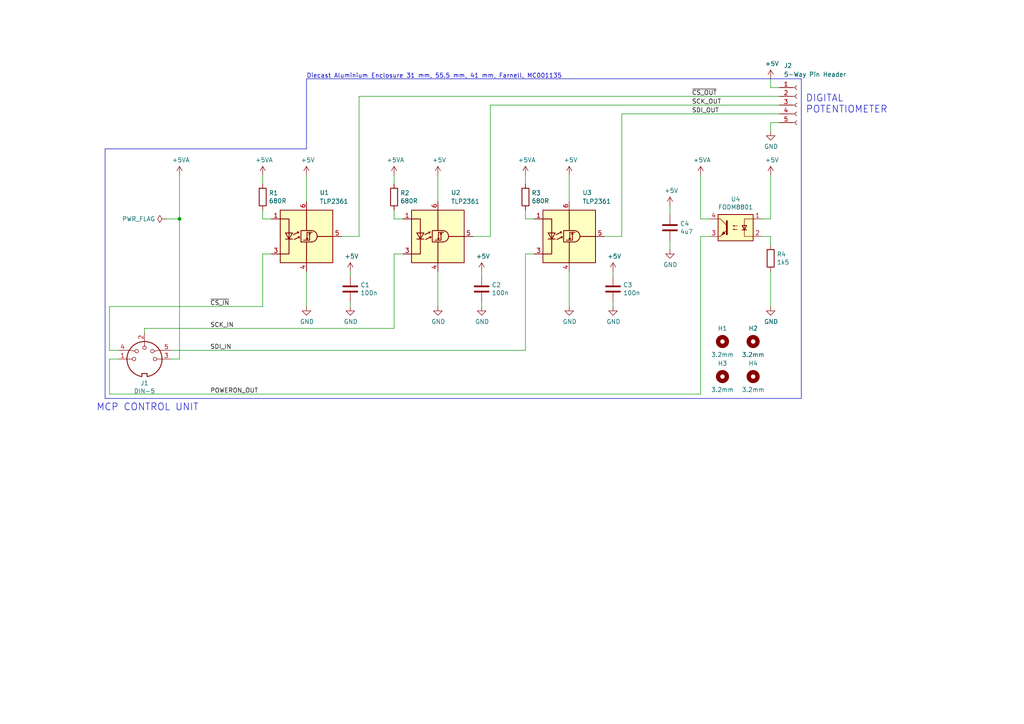
<source format=kicad_sch>
(kicad_sch (version 20230121) (generator eeschema)
  (paper "A4")
  (lib_symbols
    (symbol "Connector:DIN-5_180degree" (pin_names (offset 1.016))
      (property "Reference" "J" (at 3.175 5.715 0))
      (property "Value" "DIN-5_180degree" (at 0 -6.35 0))
      (symbol "DIN-5_180degree_0_1"
        (arc (start -5.08 0) (mid -3.8609 -3.3364) (end -0.762 -5.08) (stroke (width 0.254)))
        (circle (center -3.048 0) (radius 0.508))
        (circle (center -2.286 2.286) (radius 0.508))
        (polyline (pts (xy -5.08 0) (xy -3.556 0)))
        (polyline (pts (xy 0 5.08) (xy 0 3.81)))
        (polyline (pts (xy 5.08 0) (xy 3.556 0)))
        (polyline (pts (xy -5.08 2.54) (xy -4.318 2.54) (xy -2.794 2.286)))
        (polyline (pts (xy 5.08 2.54) (xy 4.318 2.54) (xy 2.794 2.286)))
        (polyline (pts (xy -0.762 -4.953) (xy -0.762 -4.191) (xy 0.762 -4.191) (xy 0.762 -4.953)) (stroke (width 0.254)))
        (circle (center 0 3.302) (radius 0.508))
        (arc (start 0.762 -5.08) (mid 3.8685 -3.343) (end 5.08 0) (stroke (width 0.254)))
        (circle (center 2.286 2.286) (radius 0.508))
        (circle (center 3.048 0) (radius 0.508))
        (arc (start 5.08 0) (mid 0 5.0579) (end -5.08 0) (stroke (width 0.254)))
      )
      (symbol "DIN-5_180degree_1_1"
        (pin passive line (at -7.62 0 0) (length 2.54) (name "~") (number "1"))
        (pin passive line (at 0 7.62 270) (length 2.54) (name "~") (number "2"))
        (pin passive line (at 7.62 0 180) (length 2.54) (name "~") (number "3"))
        (pin passive line (at -7.62 2.54 0) (length 2.54) (name "~") (number "4"))
        (pin passive line (at 7.62 2.54 180) (length 2.54) (name "~") (number "5"))
      )
    )
    (symbol "Device:C" (pin_numbers hide) (pin_names (offset 0.254))
      (property "Reference" "C" (at 0.635 2.54 0))
      (property "Value" "C" (at 0.635 -2.54 0))
      (symbol "C_0_1"
        (polyline (pts (xy -2.032 -0.762) (xy 2.032 -0.762)) (stroke (width 0.508)))
        (polyline (pts (xy -2.032 0.762) (xy 2.032 0.762)) (stroke (width 0.508)))
      )
      (symbol "C_1_1"
        (pin passive line (at 0 3.81 270) (length 2.794) (name "~") (number "1"))
        (pin passive line (at 0 -3.81 90) (length 2.794) (name "~") (number "2"))
      )
    )
    (symbol "Device:R" (pin_numbers hide) (pin_names (offset 0))
      (property "Reference" "R" (at 2.032 0 90))
      (property "Value" "R" (at 0 0 90))
      (symbol "R_0_1"
        (rectangle (start -1.016 -2.54) (end 1.016 2.54) (stroke (width 0.254)))
      )
      (symbol "R_1_1"
        (pin passive line (at 0 3.81 270) (length 1.27) (name "~") (number "1"))
        (pin passive line (at 0 -3.81 90) (length 1.27) (name "~") (number "2"))
      )
    )
    (symbol "DigitalPot_OptoIsolator-rescue:Conn_01x05_Female-Connector" (pin_names (offset 1.016) hide)
      (property "Reference" "J" (at 0 7.62 0))
      (property "Value" "Connector_Conn_01x05_Female" (at 0 -7.62 0))
      (symbol "Conn_01x05_Female-Connector_1_1"
        (arc (start 0 -4.572) (mid -0.5058 -5.08) (end 0 -5.588) (stroke (width 0.1524)))
        (arc (start 0 -2.032) (mid -0.5058 -2.54) (end 0 -3.048) (stroke (width 0.1524)))
        (polyline (pts (xy -1.27 -5.08) (xy -0.508 -5.08)) (stroke (width 0.1524)))
        (polyline (pts (xy -1.27 -2.54) (xy -0.508 -2.54)) (stroke (width 0.1524)))
        (polyline (pts (xy -1.27 0) (xy -0.508 0)) (stroke (width 0.1524)))
        (polyline (pts (xy -1.27 2.54) (xy -0.508 2.54)) (stroke (width 0.1524)))
        (polyline (pts (xy -1.27 5.08) (xy -0.508 5.08)) (stroke (width 0.1524)))
        (arc (start 0 0.508) (mid -0.5058 0) (end 0 -0.508) (stroke (width 0.1524)))
        (arc (start 0 3.048) (mid -0.5058 2.54) (end 0 2.032) (stroke (width 0.1524)))
        (arc (start 0 5.588) (mid -0.5058 5.08) (end 0 4.572) (stroke (width 0.1524)))
        (pin passive line (at -5.08 5.08 0) (length 3.81) (name "Pin_1") (number "1"))
        (pin passive line (at -5.08 2.54 0) (length 3.81) (name "Pin_2") (number "2"))
        (pin passive line (at -5.08 0 0) (length 3.81) (name "Pin_3") (number "3"))
        (pin passive line (at -5.08 -2.54 0) (length 3.81) (name "Pin_4") (number "4"))
        (pin passive line (at -5.08 -5.08 0) (length 3.81) (name "Pin_5") (number "5"))
      )
    )
    (symbol "Isolator:LTV-356T" (pin_names (offset 1.016))
      (property "Reference" "U" (at -5.334 4.826 0))
      (property "Value" "LTV-356T" (at 0 5.08 0))
      (symbol "LTV-356T_0_1"
        (rectangle (start -5.08 3.81) (end 5.08 -3.81) (stroke (width 0.254)) (fill (type background)))
        (polyline (pts (xy -3.175 -0.635) (xy -1.905 -0.635)) (stroke (width 0.254)))
        (polyline (pts (xy 2.54 0.635) (xy 4.445 2.54)))
        (polyline (pts (xy 4.445 -2.54) (xy 2.54 -0.635)) (fill (type outline)))
        (polyline (pts (xy 4.445 -2.54) (xy 5.08 -2.54)))
        (polyline (pts (xy 4.445 2.54) (xy 5.08 2.54)))
        (polyline (pts (xy -5.08 2.54) (xy -2.54 2.54) (xy -2.54 -0.762)))
        (polyline (pts (xy -2.54 -0.635) (xy -2.54 -2.54) (xy -5.08 -2.54)))
        (polyline (pts (xy 2.54 1.905) (xy 2.54 -1.905) (xy 2.54 -1.905)) (stroke (width 0.508)))
        (polyline (pts (xy -2.54 -0.635) (xy -3.175 0.635) (xy -1.905 0.635) (xy -2.54 -0.635)) (stroke (width 0.254)))
        (polyline (pts (xy -0.508 -0.508) (xy 0.762 -0.508) (xy 0.381 -0.635) (xy 0.381 -0.381) (xy 0.762 -0.508)))
        (polyline (pts (xy -0.508 0.508) (xy 0.762 0.508) (xy 0.381 0.381) (xy 0.381 0.635) (xy 0.762 0.508)))
        (polyline (pts (xy 3.048 -1.651) (xy 3.556 -1.143) (xy 4.064 -2.159) (xy 3.048 -1.651) (xy 3.048 -1.651)) (fill (type outline)))
      )
      (symbol "LTV-356T_1_1"
        (pin passive line (at -7.62 2.54 0) (length 2.54) (name "~") (number "1"))
        (pin passive line (at -7.62 -2.54 0) (length 2.54) (name "~") (number "2"))
        (pin passive line (at 7.62 -2.54 180) (length 2.54) (name "~") (number "3"))
        (pin passive line (at 7.62 2.54 180) (length 2.54) (name "~") (number "4"))
      )
    )
    (symbol "Isolator:TLP2745" (pin_names (offset 1.016) hide)
      (property "Reference" "U" (at -7.112 8.89 0))
      (property "Value" "TLP2745" (at 1.016 9.144 0))
      (symbol "TLP2745_0_1"
        (rectangle (start -7.62 7.62) (end 7.62 -7.62) (stroke (width 0.254)) (fill (type background)))
        (polyline (pts (xy -6.096 -0.762) (xy -4.064 -0.762)) (stroke (width 0.254)))
        (polyline (pts (xy -5.08 -0.762) (xy -5.08 -1.27)) (stroke (width 0.254)))
        (polyline (pts (xy -5.08 1.016) (xy -5.08 -0.762)) (stroke (width 0.254)))
        (polyline (pts (xy -5.08 1.016) (xy -5.08 1.397)) (stroke (width 0.254)))
        (polyline (pts (xy -3.81 0.508) (xy -2.286 1.27)) (stroke (width 0.254)))
        (polyline (pts (xy -3.556 -0.889) (xy -2.032 -0.127)) (stroke (width 0.254)))
        (polyline (pts (xy -2.286 1.27) (xy -2.5908 1.3716)) (stroke (width 0.254)))
        (polyline (pts (xy -2.286 1.27) (xy -2.3876 0.9144)) (stroke (width 0.254)))
        (polyline (pts (xy -2.032 -0.127) (xy -2.3368 -0.0254)) (stroke (width 0.254)))
        (polyline (pts (xy -2.032 -0.127) (xy -2.1336 -0.4826)) (stroke (width 0.254)))
        (polyline (pts (xy 0 -7.62) (xy 0.0254 -1.651)) (stroke (width 0.254)))
        (polyline (pts (xy 0 7.5946) (xy 0.0254 1.778)) (stroke (width 0.254)))
        (polyline (pts (xy 7.5946 0) (xy 3.1496 0)) (stroke (width 0.254)))
        (polyline (pts (xy -7.62 -5.08) (xy -5.08 -5.08) (xy -5.08 -1.27)) (stroke (width 0.254)))
        (polyline (pts (xy -5.08 1.27) (xy -5.08 5.08) (xy -7.62 5.08)) (stroke (width 0.254)))
        (polyline (pts (xy 0.1524 -0.8382) (xy -0.1016 -0.5842) (xy 0.4064 -0.5842)) (stroke (width 0.254)))
        (polyline (pts (xy 0.9144 0.9398) (xy 0.9144 -1.0922) (xy -0.8636 -1.0922)) (stroke (width 0.254)))
        (polyline (pts (xy -6.096 1.016) (xy -4.064 1.016) (xy -5.08 -0.762) (xy -6.096 1.016)) (stroke (width 0.254)))
        (polyline (pts (xy 0.9144 0.9398) (xy 0.6604 0.6858) (xy 1.1684 0.6858) (xy 0.9144 0.9398)) (stroke (width 0.254)))
        (polyline (pts (xy 1.4224 1.7018) (xy -1.6256 1.7018) (xy -1.6256 -1.6002) (xy 1.4224 -1.6002)) (stroke (width 0.254)))
        (polyline (pts (xy 1.6764 1.1938) (xy 0.1524 1.1938) (xy 0.1524 -0.8382) (xy 0.4064 -0.5842)) (stroke (width 0.254)))
        (arc (start 1.4224 -1.6002) (mid 2.6101 -1.1115) (end 3.0988 0.0762) (stroke (width 0.254)))
        (arc (start 3.0734 0) (mid 2.6011 1.2413) (end 1.3462 1.6764) (stroke (width 0.254)))
      )
      (symbol "TLP2745_1_1"
        (pin passive line (at -10.16 5.08 0) (length 2.54) (name "A") (number "1"))
        (pin no_connect line (at -7.62 0 0) (length 2.54) hide (name "NC") (number "2"))
        (pin passive line (at -10.16 -5.08 0) (length 2.54) (name "K") (number "3"))
        (pin power_in line (at 0 -10.16 90) (length 2.54) (name "GND") (number "4"))
        (pin output line (at 10.16 0 180) (length 2.54) (name "VO") (number "5"))
        (pin power_in line (at 0 10.16 270) (length 2.54) (name "VDD") (number "6"))
      )
    )
    (symbol "Mechanical:MountingHole" (pin_names (offset 1.016))
      (property "Reference" "H" (at 0 5.08 0))
      (property "Value" "MountingHole" (at 0 3.175 0))
      (symbol "MountingHole_0_1"
        (circle (center 0 0) (radius 1.27) (stroke (width 1.27)))
      )
    )
    (symbol "power:+5V" (power) (pin_names (offset 0))
      (property "Value" "+5V" (at 0 3.556 0))
      (symbol "+5V_0_1"
        (polyline (pts (xy -0.762 1.27) (xy 0 2.54)))
        (polyline (pts (xy 0 0) (xy 0 2.54)))
        (polyline (pts (xy 0 2.54) (xy 0.762 1.27)))
      )
      (symbol "+5V_1_1"
        (pin power_in line (at 0 0 90) (length 0) hide (name "+5V") (number "1"))
      )
    )
    (symbol "power:+5VA" (power) (pin_names (offset 0))
      (property "Value" "+5VA" (at 0 3.556 0))
      (symbol "+5VA_0_1"
        (polyline (pts (xy -0.762 1.27) (xy 0 2.54)))
        (polyline (pts (xy 0 0) (xy 0 2.54)))
        (polyline (pts (xy 0 2.54) (xy 0.762 1.27)))
      )
      (symbol "+5VA_1_1"
        (pin power_in line (at 0 0 90) (length 0) hide (name "+5VA") (number "1"))
      )
    )
    (symbol "power:GND" (power) (pin_names (offset 0))
      (property "Value" "GND" (at 0 -3.81 0))
      (symbol "GND_0_1"
        (polyline (pts (xy 0 0) (xy 0 -1.27) (xy 1.27 -1.27) (xy 0 -2.54) (xy -1.27 -1.27) (xy 0 -1.27)))
      )
      (symbol "GND_1_1"
        (pin power_in line (at 0 0 270) (length 0) hide (name "GND") (number "1"))
      )
    )
    (symbol "power:PWR_FLAG" (power) (pin_numbers hide) (pin_names (offset 0) hide)
      (property "Value" "PWR_FLAG" (at 0 3.81 0))
      (symbol "PWR_FLAG_0_0"
        (pin power_out line (at 0 0 90) (length 0) (name "pwr") (number "1"))
      )
      (symbol "PWR_FLAG_0_1"
        (polyline (pts (xy 0 0) (xy 0 1.27) (xy -1.016 1.905) (xy 0 2.54) (xy 1.016 1.905) (xy 0 1.27)))
      )
    )
  )
  (junction (at 52.07 63.5))
  (polyline (pts (xy 88.9 43.18) (xy 30.48 43.18)))
  (wire (pts (xy 31.75 104.14) (xy 31.75 114.3)))
  (wire (pts (xy 114.3 73.66) (xy 114.3 95.25)))
  (wire (pts (xy 31.75 101.6) (xy 31.75 88.9)))
  (wire (pts (xy 205.74 63.5) (xy 203.2 63.5)))
  (wire (pts (xy 226.06 35.56) (xy 223.52 35.56)))
  (wire (pts (xy 152.4 50.8) (xy 152.4 53.34)))
  (wire (pts (xy 127 78.74) (xy 127 88.9)))
  (wire (pts (xy 139.7 87.63) (xy 139.7 88.9)))
  (wire (pts (xy 76.2 73.66) (xy 76.2 88.9)))
  (wire (pts (xy 99.06 68.58) (xy 104.14 68.58)))
  (wire (pts (xy 165.1 58.42) (xy 165.1 50.8)))
  (wire (pts (xy 52.07 63.5) (xy 52.07 50.8)))
  (wire (pts (xy 177.8 80.01) (xy 177.8 78.74)))
  (wire (pts (xy 104.14 27.94) (xy 226.06 27.94)))
  (wire (pts (xy 203.2 63.5) (xy 203.2 50.8)))
  (polyline (pts (xy 232.41 22.86) (xy 88.9 22.86)))
  (wire (pts (xy 175.26 68.58) (xy 180.34 68.58)))
  (wire (pts (xy 142.24 68.58) (xy 137.16 68.58)))
  (polyline (pts (xy 30.48 43.18) (xy 30.48 115.57)))
  (wire (pts (xy 180.34 33.02) (xy 226.06 33.02)))
  (polyline (pts (xy 30.48 115.57) (xy 232.41 115.57)))
  (wire (pts (xy 31.75 88.9) (xy 76.2 88.9)))
  (wire (pts (xy 226.06 25.4) (xy 223.52 25.4)))
  (wire (pts (xy 223.52 78.74) (xy 223.52 88.9)))
  (wire (pts (xy 52.07 104.14) (xy 52.07 63.5)))
  (wire (pts (xy 223.52 68.58) (xy 223.52 71.12)))
  (wire (pts (xy 154.94 73.66) (xy 152.4 73.66)))
  (wire (pts (xy 34.29 101.6) (xy 31.75 101.6)))
  (wire (pts (xy 114.3 50.8) (xy 114.3 53.34)))
  (polyline (pts (xy 88.9 22.86) (xy 88.9 43.18)))
  (wire (pts (xy 177.8 87.63) (xy 177.8 88.9)))
  (wire (pts (xy 49.53 101.6) (xy 152.4 101.6)))
  (wire (pts (xy 101.6 87.63) (xy 101.6 88.9)))
  (wire (pts (xy 180.34 68.58) (xy 180.34 33.02)))
  (wire (pts (xy 220.98 63.5) (xy 223.52 63.5)))
  (wire (pts (xy 78.74 73.66) (xy 76.2 73.66)))
  (wire (pts (xy 88.9 58.42) (xy 88.9 50.8)))
  (wire (pts (xy 194.31 69.85) (xy 194.31 72.39)))
  (wire (pts (xy 31.75 114.3) (xy 203.2 114.3)))
  (wire (pts (xy 152.4 63.5) (xy 154.94 63.5)))
  (wire (pts (xy 226.06 30.48) (xy 142.24 30.48)))
  (wire (pts (xy 203.2 68.58) (xy 203.2 114.3)))
  (wire (pts (xy 34.29 104.14) (xy 31.75 104.14)))
  (wire (pts (xy 114.3 60.96) (xy 114.3 63.5)))
  (wire (pts (xy 220.98 68.58) (xy 223.52 68.58)))
  (wire (pts (xy 223.52 22.86) (xy 223.52 25.4)))
  (wire (pts (xy 142.24 30.48) (xy 142.24 68.58)))
  (wire (pts (xy 152.4 60.96) (xy 152.4 63.5)))
  (wire (pts (xy 76.2 60.96) (xy 76.2 63.5)))
  (wire (pts (xy 88.9 78.74) (xy 88.9 88.9)))
  (wire (pts (xy 194.31 62.23) (xy 194.31 59.69)))
  (wire (pts (xy 205.74 68.58) (xy 203.2 68.58)))
  (wire (pts (xy 41.91 96.52) (xy 41.91 95.25)))
  (wire (pts (xy 223.52 63.5) (xy 223.52 50.8)))
  (wire (pts (xy 104.14 27.94) (xy 104.14 68.58)))
  (wire (pts (xy 48.26 63.5) (xy 52.07 63.5)))
  (wire (pts (xy 114.3 63.5) (xy 116.84 63.5)))
  (wire (pts (xy 76.2 63.5) (xy 78.74 63.5)))
  (wire (pts (xy 116.84 73.66) (xy 114.3 73.66)))
  (wire (pts (xy 139.7 80.01) (xy 139.7 78.74)))
  (polyline (pts (xy 232.41 115.57) (xy 232.41 22.86)))
  (wire (pts (xy 101.6 80.01) (xy 101.6 78.74)))
  (wire (pts (xy 41.91 95.25) (xy 114.3 95.25)))
  (wire (pts (xy 152.4 73.66) (xy 152.4 101.6)))
  (wire (pts (xy 165.1 78.74) (xy 165.1 88.9)))
  (wire (pts (xy 49.53 104.14) (xy 52.07 104.14)))
  (wire (pts (xy 127 58.42) (xy 127 50.8)))
  (wire (pts (xy 76.2 50.8) (xy 76.2 53.34)))
  (wire (pts (xy 223.52 35.56) (xy 223.52 38.1)))
  (text "DIGITAL\nPOTENTIOMETER" (at 233.68 33.02 0) (effects (font (size 2.0066 2.0066)) (justify left bottom)))
  (text "MCP CONTROL UNIT" (at 27.94 119.38 0) (effects (font (size 2.0066 2.0066)) (justify left bottom)))
  (text "Diecast Aluminium Enclosure 31 mm, 55.5 mm, 41 mm, Farnell, MC001135" (at 88.9 22.86 0) (effects (font (size 1.27 1.27)) (justify left bottom)))
  (label "SDI_IN" (at 60.96 101.6 0))
  (label "SCK_OUT" (at 200.66 30.48 0))
  (label "~{CS_IN}" (at 60.96 88.9 0))
  (label "~{CS_OUT}" (at 200.66 27.94 0))
  (label "SDI_OUT" (at 200.66 33.02 0))
  (label "POWERON_OUT" (at 60.96 114.3 0))
  (label "SCK_IN" (at 60.96 95.25 0))
  (symbol (lib_id "Isolator:TLP2745") (at 88.9 68.58 0) (unit 1)
    (property "Reference" "U1" (at 92.71 55.88 0) (effects (justify left)))
    (property "Value" "TLP2361" (at 92.71 58.42 0) (effects (justify left)))
    (property "Footprint" "Package_SO:SO-6_4.4x3.6mm_P1.27mm" (effects hide))
    (property "Datasheet" "https://toshiba.semicon-storage.com/info/docget.jsp?did=29405&prodName=TLP2745" (effects hide))
    (property "Part Number" "TLP2361" (effects hide))
    (property "Manufacturer" "Toshiba" (effects hide))
    (property "Package" "SO6" (effects hide))
    (property "Supplier" "Farnell" (effects hide))
    (property "Order Code" "2524282" (effects hide))
    (property "Note" "Single digital output optocoupler" (effects hide))
  )
  (symbol (lib_id "Connector:DIN-5_180degree") (at 41.91 104.14 0) (unit 1)
    (property "Reference" "J1" (at 41.91 111.125 0))
    (property "Value" "DIN-5" (at 41.91 113.4364 0))
    (property "Footprint" "jakub:DIN5" (effects hide))
    (property "Datasheet" "http://www.mouser.com/ds/2/18/40_c091_abd_e-75918.pdf" (effects hide))
    (property "Part Number" "MAB 5 SV" (effects hide))
    (property "Manufacturer" "Hirschmann" (effects hide))
    (property "Package" "PCB mount" (effects hide))
    (property "Supplier" "Farnell" (effects hide))
    (property "Order Code" "2901558" (effects hide))
    (property "Note" "5 pole DIN connector panel-mounted through-hole PCB terminals" (effects hide))
  )
  (symbol (lib_id "Isolator:TLP2745") (at 127 68.58 0) (unit 1)
    (property "Reference" "U2" (at 130.81 55.88 0) (effects (justify left)))
    (property "Value" "TLP2361" (at 130.81 58.42 0) (effects (justify left)))
    (property "Footprint" "Package_SO:SO-6_4.4x3.6mm_P1.27mm" (effects hide))
    (property "Datasheet" "https://toshiba.semicon-storage.com/info/docget.jsp?did=29405&prodName=TLP2745" (effects hide))
    (property "Part Number" "TLP2361" (effects hide))
    (property "Manufacturer" "Toshiba" (effects hide))
    (property "Package" "SO6" (effects hide))
    (property "Supplier" "Farnell" (effects hide))
    (property "Order Code" "2524282" (effects hide))
    (property "Note" "Single digital output optocoupler" (effects hide))
  )
  (symbol (lib_id "Isolator:TLP2745") (at 165.1 68.58 0) (unit 1)
    (property "Reference" "U3" (at 168.91 55.88 0) (effects (justify left)))
    (property "Value" "TLP2361" (at 168.91 58.42 0) (effects (justify left)))
    (property "Footprint" "Package_SO:SO-6_4.4x3.6mm_P1.27mm" (effects hide))
    (property "Datasheet" "https://toshiba.semicon-storage.com/info/docget.jsp?did=29405&prodName=TLP2745" (effects hide))
    (property "Part Number" "TLP2361" (effects hide))
    (property "Manufacturer" "Toshiba" (effects hide))
    (property "Package" "SO6" (effects hide))
    (property "Supplier" "Farnell" (effects hide))
    (property "Order Code" "2524282" (effects hide))
    (property "Note" "Single digital output optocoupler" (effects hide))
  )
  (symbol (lib_id "Device:R") (at 76.2 57.15 0) (unit 1)
    (property "Reference" "R1" (at 77.978 55.9816 0) (effects (justify left)))
    (property "Value" "680R" (at 77.978 58.293 0) (effects (justify left)))
    (property "Footprint" "Resistor_SMD:R_0603_1608Metric" (effects hide))
    (property "Part Number" "MCWR06X6800FTL" (effects hide))
    (property "Manufacturer" "Multicomp" (effects hide))
    (property "Package" "0603" (effects hide))
    (property "Supplier" "Farnell" (effects hide))
    (property "Order Code" "2447419" (effects hide))
    (property "Note" "680Ω/1% 0603 resistor" (effects hide))
  )
  (symbol (lib_id "power:+5VA") (at 76.2 50.8 0) (unit 1)
    (property "Reference" "#PWR01" (effects hide))
    (property "Value" "+5VA" (at 76.581 46.4058 0))
  )
  (symbol (lib_id "power:+5VA") (at 114.3 50.8 0) (unit 1)
    (property "Reference" "#PWR06" (effects hide))
    (property "Value" "+5VA" (at 114.681 46.4058 0))
  )
  (symbol (lib_id "power:+5VA") (at 152.4 50.8 0) (unit 1)
    (property "Reference" "#PWR011" (effects hide))
    (property "Value" "+5VA" (at 152.781 46.4058 0))
  )
  (symbol (lib_id "power:+5VA") (at 203.2 50.8 0) (unit 1)
    (property "Reference" "#PWR016" (effects hide))
    (property "Value" "+5VA" (at 203.581 46.4058 0))
  )
  (symbol (lib_id "power:+5V") (at 165.1 50.8 0) (unit 1)
    (property "Reference" "#PWR012" (effects hide))
    (property "Value" "+5V" (at 165.481 46.4058 0))
  )
  (symbol (lib_id "power:+5V") (at 127 50.8 0) (unit 1)
    (property "Reference" "#PWR07" (effects hide))
    (property "Value" "+5V" (at 127.381 46.4058 0))
  )
  (symbol (lib_id "power:+5V") (at 88.9 50.8 0) (unit 1)
    (property "Reference" "#PWR02" (effects hide))
    (property "Value" "+5V" (at 89.281 46.4058 0))
  )
  (symbol (lib_id "power:+5V") (at 223.52 50.8 0) (unit 1)
    (property "Reference" "#PWR017" (effects hide))
    (property "Value" "+5V" (at 223.901 46.4058 0))
  )
  (symbol (lib_id "Device:R") (at 223.52 74.93 0) (unit 1)
    (property "Reference" "R4" (at 225.298 73.7616 0) (effects (justify left)))
    (property "Value" "1k5" (at 225.298 76.073 0) (effects (justify left)))
    (property "Footprint" "Resistor_SMD:R_0603_1608Metric" (effects hide))
    (property "Part Number" "MCWR06X1501FTL" (effects hide))
    (property "Manufacturer" "Multicomp" (effects hide))
    (property "Package" "0603" (effects hide))
    (property "Supplier" "Farnell" (effects hide))
    (property "Order Code" "2447279" (effects hide))
    (property "Alt. Supplier" "Seeed OPL" (effects hide))
    (property "Alt. Order Code" "301010189" (effects hide))
    (property "Note" "1.5kΩ/1% 0603 resistor" (effects hide))
  )
  (symbol (lib_id "power:GND") (at 223.52 88.9 0) (unit 1)
    (property "Reference" "#PWR018" (effects hide))
    (property "Value" "GND" (at 223.647 93.2942 0))
  )
  (symbol (lib_id "power:GND") (at 165.1 88.9 0) (unit 1)
    (property "Reference" "#PWR013" (effects hide))
    (property "Value" "GND" (at 165.227 93.2942 0))
  )
  (symbol (lib_id "power:GND") (at 127 88.9 0) (unit 1)
    (property "Reference" "#PWR08" (effects hide))
    (property "Value" "GND" (at 127.127 93.2942 0))
  )
  (symbol (lib_id "power:GND") (at 88.9 88.9 0) (unit 1)
    (property "Reference" "#PWR03" (effects hide))
    (property "Value" "GND" (at 89.027 93.2942 0))
  )
  (symbol (lib_id "Device:C") (at 101.6 83.82 0) (unit 1)
    (property "Reference" "C1" (at 104.521 82.6516 0) (effects (justify left)))
    (property "Value" "100n" (at 104.521 84.963 0) (effects (justify left)))
    (property "Footprint" "Capacitor_SMD:C_0603_1608Metric" (effects hide))
    (property "Part Number" "MC0603B104K500" (effects hide))
    (property "Manufacturer" "Multicomp" (effects hide))
    (property "Package" "0603" (effects hide))
    (property "Supplier" "Farnell" (effects hide))
    (property "Order Code" "1759122" (effects hide))
    (property "Alt. Supplier" "Seeed OPL" (effects hide))
    (property "Alt. Order Code" "302010138" (effects hide))
    (property "Note" "100nF/50V X7R 0603 ceramic capacitor" (effects hide))
  )
  (symbol (lib_id "power:+5V") (at 177.8 78.74 0) (unit 1)
    (property "Reference" "#PWR014" (effects hide))
    (property "Value" "+5V" (at 178.181 74.3458 0))
  )
  (symbol (lib_id "power:+5V") (at 139.7 78.74 0) (unit 1)
    (property "Reference" "#PWR09" (effects hide))
    (property "Value" "+5V" (at 140.081 74.3458 0))
  )
  (symbol (lib_id "power:+5V") (at 101.6 78.74 0) (unit 1)
    (property "Reference" "#PWR04" (effects hide))
    (property "Value" "+5V" (at 101.981 74.3458 0))
  )
  (symbol (lib_id "power:GND") (at 177.8 88.9 0) (unit 1)
    (property "Reference" "#PWR015" (effects hide))
    (property "Value" "GND" (at 177.927 93.2942 0))
  )
  (symbol (lib_id "power:GND") (at 139.7 88.9 0) (unit 1)
    (property "Reference" "#PWR010" (effects hide))
    (property "Value" "GND" (at 139.827 93.2942 0))
  )
  (symbol (lib_id "power:GND") (at 101.6 88.9 0) (unit 1)
    (property "Reference" "#PWR05" (effects hide))
    (property "Value" "GND" (at 101.727 93.2942 0))
  )
  (symbol (lib_id "power:+5V") (at 223.52 22.86 0) (unit 1)
    (property "Reference" "#PWR021" (effects hide))
    (property "Value" "+5V" (at 223.901 18.4658 0))
  )
  (symbol (lib_id "power:GND") (at 223.52 38.1 0) (unit 1)
    (property "Reference" "#PWR022" (effects hide))
    (property "Value" "GND" (at 223.647 42.4942 0))
  )
  (symbol (lib_id "DigitalPot_OptoIsolator-rescue:Conn_01x05_Female-Connector") (at 231.14 30.48 0) (unit 1)
    (property "Reference" "J2" (at 227.33 19.05 0) (effects (justify left)))
    (property "Value" "5-Way Pin Header" (at 227.33 21.59 0) (effects (justify left)))
    (property "Footprint" "Connector_PinHeader_2.54mm:PinHeader_1x05_P2.54mm_Vertical" (effects hide))
    (property "Part Number" "2211S-05G" (effects hide))
    (property "Manufacturer" "Mutlicomp" (effects hide))
    (property "Package" "2.54mm Pitch" (effects hide))
    (property "Supplier" "Farnell" (effects hide))
    (property "Order Code" "1593414" (effects hide))
    (property "Note" "5-way 2.54mm pitch pin header" (effects hide))
  )
  (symbol (lib_id "Device:C") (at 194.31 66.04 0) (unit 1)
    (property "Reference" "C4" (at 197.231 64.8716 0) (effects (justify left)))
    (property "Value" "4u7" (at 197.231 67.183 0) (effects (justify left)))
    (property "Footprint" "Capacitor_SMD:C_0603_1608Metric" (effects hide))
    (property "Part Number" "EMK107ABJ475KA-T" (effects hide))
    (property "Manufacturer" "Taiyo Yuden" (effects hide))
    (property "Package" "0603" (effects hide))
    (property "Supplier" "Farnell" (effects hide))
    (property "Order Code" "2112741" (effects hide))
    (property "Note" "4.7μF/16V 0603 X5R capacitor" (effects hide))
  )
  (symbol (lib_id "power:+5V") (at 194.31 59.69 0) (unit 1)
    (property "Reference" "#PWR019" (effects hide))
    (property "Value" "+5V" (at 194.691 55.2958 0))
  )
  (symbol (lib_id "power:GND") (at 194.31 72.39 0) (unit 1)
    (property "Reference" "#PWR020" (effects hide))
    (property "Value" "GND" (at 194.437 76.7842 0))
  )
  (symbol (lib_id "Device:C") (at 139.7 83.82 0) (unit 1)
    (property "Reference" "C2" (at 142.621 82.6516 0) (effects (justify left)))
    (property "Value" "100n" (at 142.621 84.963 0) (effects (justify left)))
    (property "Footprint" "Capacitor_SMD:C_0603_1608Metric" (effects hide))
    (property "Part Number" "MC0603B104K500" (effects hide))
    (property "Manufacturer" "Multicomp" (effects hide))
    (property "Package" "0603" (effects hide))
    (property "Supplier" "Farnell" (effects hide))
    (property "Order Code" "1759122" (effects hide))
    (property "Alt. Supplier" "Seeed OPL" (effects hide))
    (property "Alt. Order Code" "302010138" (effects hide))
    (property "Note" "100nF/50V X7R 0603 ceramic capacitor" (effects hide))
  )
  (symbol (lib_id "Device:C") (at 177.8 83.82 0) (unit 1)
    (property "Reference" "C3" (at 180.721 82.6516 0) (effects (justify left)))
    (property "Value" "100n" (at 180.721 84.963 0) (effects (justify left)))
    (property "Footprint" "Capacitor_SMD:C_0603_1608Metric" (effects hide))
    (property "Part Number" "MC0603B104K500" (effects hide))
    (property "Manufacturer" "Multicomp" (effects hide))
    (property "Package" "0603" (effects hide))
    (property "Supplier" "Farnell" (effects hide))
    (property "Order Code" "1759122" (effects hide))
    (property "Alt. Supplier" "Seeed OPL" (effects hide))
    (property "Alt. Order Code" "302010138" (effects hide))
    (property "Note" "100nF/50V X7R 0603 ceramic capacitor" (effects hide))
  )
  (symbol (lib_id "Device:R") (at 114.3 57.15 0) (unit 1)
    (property "Reference" "R2" (at 116.078 55.9816 0) (effects (justify left)))
    (property "Value" "680R" (at 116.078 58.293 0) (effects (justify left)))
    (property "Footprint" "Resistor_SMD:R_0603_1608Metric" (effects hide))
    (property "Part Number" "MCWR06X6800FTL" (effects hide))
    (property "Manufacturer" "Multicomp" (effects hide))
    (property "Package" "0603" (effects hide))
    (property "Supplier" "Farnell" (effects hide))
    (property "Order Code" "2447419" (effects hide))
    (property "Note" "680Ω/1% 0603 resistor" (effects hide))
  )
  (symbol (lib_id "Device:R") (at 152.4 57.15 0) (unit 1)
    (property "Reference" "R3" (at 154.178 55.9816 0) (effects (justify left)))
    (property "Value" "680R" (at 154.178 58.293 0) (effects (justify left)))
    (property "Footprint" "Resistor_SMD:R_0603_1608Metric" (effects hide))
    (property "Part Number" "MCWR06X6800FTL" (effects hide))
    (property "Manufacturer" "Multicomp" (effects hide))
    (property "Package" "0603" (effects hide))
    (property "Supplier" "Farnell" (effects hide))
    (property "Order Code" "2447419" (effects hide))
    (property "Note" "680Ω/1% 0603 resistor" (effects hide))
  )
  (symbol (lib_id "Isolator:LTV-356T") (at 213.36 66.04 0) (mirror y) (unit 1)
    (property "Reference" "U4" (at 213.36 57.785 0))
    (property "Value" "FODM8801" (at 213.36 60.0964 0))
    (property "Footprint" "Package_SO:SO-4_4.4x2.3mm_P1.27mm" (effects hide))
    (property "Datasheet" "http://optoelectronics.liteon.com/upload/download/DS70-2001-010/S_110_LTV-356T%2020140520.pdf" (effects hide))
    (property "Part Number" "FODM8801CR2" (effects hide))
    (property "Manufacturer" "ON Semiconductor" (effects hide))
    (property "Package" "MiniFlat" (effects hide))
    (property "Supplier" "Farnell" (effects hide))
    (property "Order Code" "2083193" (effects hide))
    (property "Note" "High-Temperature Phototransistor Optocoupler" (effects hide))
  )
  (symbol (lib_id "power:+5VA") (at 52.07 50.8 0) (unit 1)
    (property "Reference" "#PWR0101" (effects hide))
    (property "Value" "+5VA" (at 52.451 46.4058 0))
  )
  (symbol (lib_id "power:PWR_FLAG") (at 48.26 63.5 90) (unit 1)
    (property "Reference" "#FLG0101" (effects hide))
    (property "Value" "PWR_FLAG" (at 45.0342 63.5 90) (effects (justify left)))
  )
  (symbol (lib_id "Mechanical:MountingHole") (at 209.55 99.06 0) (unit 1)
    (property "Reference" "H1" (at 209.55 95.25 0))
    (property "Value" "3.2mm" (at 209.55 102.87 0))
    (property "Footprint" "MountingHole:MountingHole_3.2mm_M3" (effects hide))
  )
  (symbol (lib_id "Mechanical:MountingHole") (at 218.44 99.06 0) (unit 1)
    (property "Reference" "H2" (at 218.44 95.25 0))
    (property "Value" "3.2mm" (at 218.44 102.87 0))
    (property "Footprint" "MountingHole:MountingHole_3.2mm_M3" (effects hide))
  )
  (symbol (lib_id "Mechanical:MountingHole") (at 209.55 109.22 0) (unit 1)
    (property "Reference" "H3" (at 209.55 105.41 0))
    (property "Value" "3.2mm" (at 209.55 113.03 0))
    (property "Footprint" "MountingHole:MountingHole_3.2mm_M3" (effects hide))
  )
  (symbol (lib_id "Mechanical:MountingHole") (at 218.44 109.22 0) (unit 1)
    (property "Reference" "H4" (at 218.44 105.41 0))
    (property "Value" "3.2mm" (at 218.44 113.03 0))
    (property "Footprint" "MountingHole:MountingHole_3.2mm_M3" (effects hide))
  )
)
</source>
